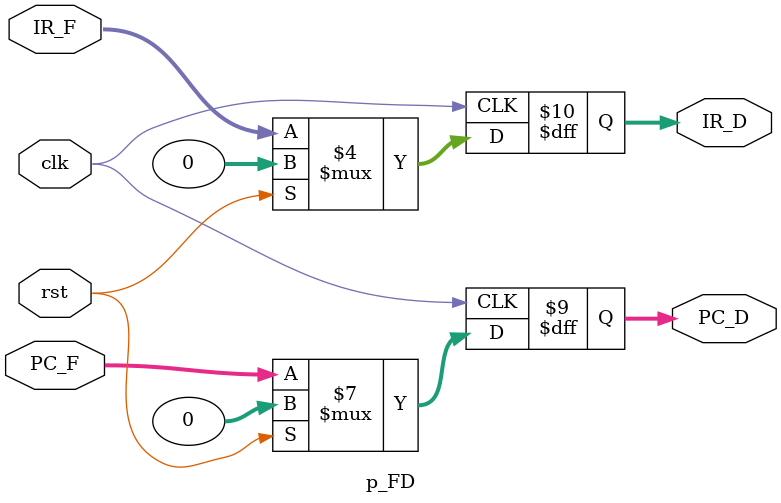
<source format=v>
module p_FD(output reg[31:0] PC_D, IR_D, input[31:0] PC_F, IR_F, input clk, rst);
	always @(posedge clk ) begin
	   if(!rst) begin
		PC_D<=PC_F;
		IR_D<=IR_F;
	   end
	   else begin
	    PC_D<=0;
		IR_D<=0;
	   end
	end
endmodule
</source>
